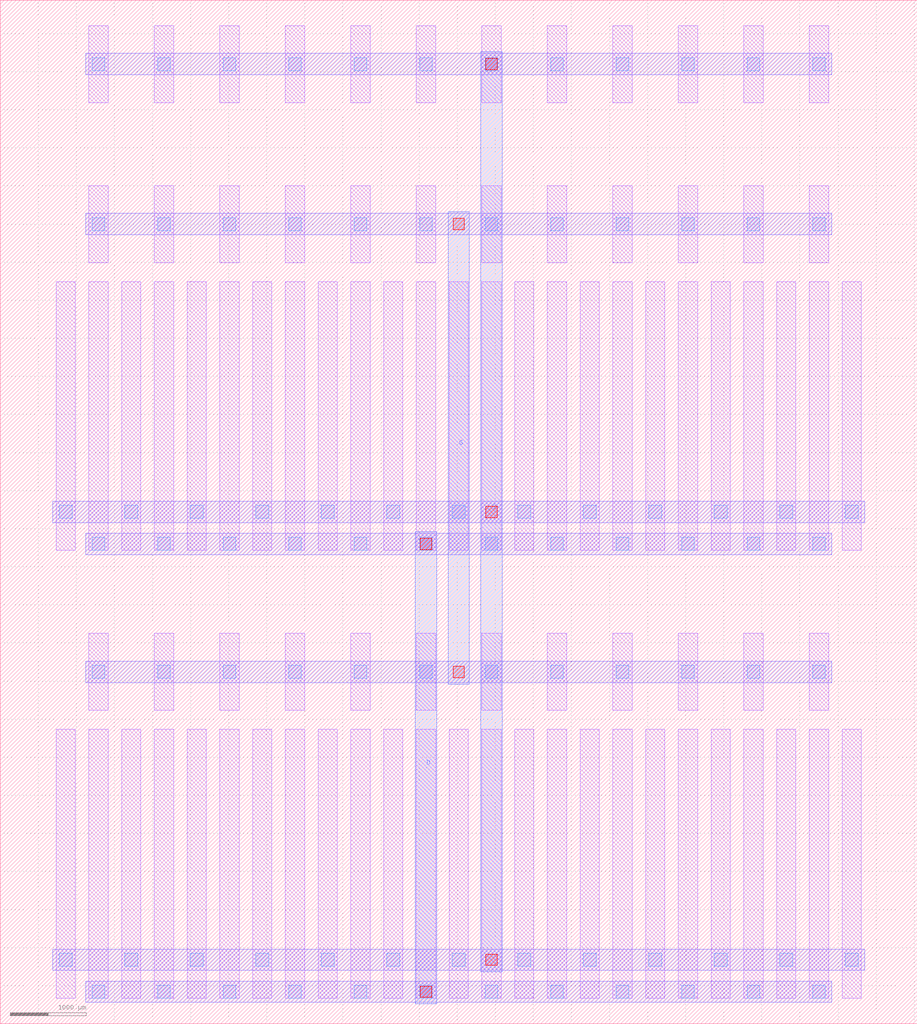
<source format=lef>
MACRO PMOS_S_2470631_X12_Y2
  UNITS 
    DATABASE MICRONS UNITS 1000;
  END UNITS 
  ORIGIN 0 0 ;
  FOREIGN PMOS_S_2470631_X12_Y2 0 0 ;
  SIZE 12040 BY 13440 ;
  PIN D
    DIRECTION INOUT ;
    USE SIGNAL ;
    PORT
      LAYER M3 ;
        RECT 5450 260 5730 6460 ;
    END
  END D
  PIN G
    DIRECTION INOUT ;
    USE SIGNAL ;
    PORT
      LAYER M3 ;
        RECT 5880 4460 6160 10660 ;
    END
  END G
  PIN S
    DIRECTION INOUT ;
    USE SIGNAL ;
    PORT
      LAYER M3 ;
        RECT 6310 680 6590 12760 ;
    END
  END S
  OBS
    LAYER M1 ;
      RECT 1165 335 1415 3865 ;
    LAYER M1 ;
      RECT 1165 4115 1415 5125 ;
    LAYER M1 ;
      RECT 1165 6215 1415 9745 ;
    LAYER M1 ;
      RECT 1165 9995 1415 11005 ;
    LAYER M1 ;
      RECT 1165 12095 1415 13105 ;
    LAYER M1 ;
      RECT 735 335 985 3865 ;
    LAYER M1 ;
      RECT 735 6215 985 9745 ;
    LAYER M1 ;
      RECT 1595 335 1845 3865 ;
    LAYER M1 ;
      RECT 1595 6215 1845 9745 ;
    LAYER M1 ;
      RECT 2025 335 2275 3865 ;
    LAYER M1 ;
      RECT 2025 4115 2275 5125 ;
    LAYER M1 ;
      RECT 2025 6215 2275 9745 ;
    LAYER M1 ;
      RECT 2025 9995 2275 11005 ;
    LAYER M1 ;
      RECT 2025 12095 2275 13105 ;
    LAYER M1 ;
      RECT 2455 335 2705 3865 ;
    LAYER M1 ;
      RECT 2455 6215 2705 9745 ;
    LAYER M1 ;
      RECT 2885 335 3135 3865 ;
    LAYER M1 ;
      RECT 2885 4115 3135 5125 ;
    LAYER M1 ;
      RECT 2885 6215 3135 9745 ;
    LAYER M1 ;
      RECT 2885 9995 3135 11005 ;
    LAYER M1 ;
      RECT 2885 12095 3135 13105 ;
    LAYER M1 ;
      RECT 3315 335 3565 3865 ;
    LAYER M1 ;
      RECT 3315 6215 3565 9745 ;
    LAYER M1 ;
      RECT 3745 335 3995 3865 ;
    LAYER M1 ;
      RECT 3745 4115 3995 5125 ;
    LAYER M1 ;
      RECT 3745 6215 3995 9745 ;
    LAYER M1 ;
      RECT 3745 9995 3995 11005 ;
    LAYER M1 ;
      RECT 3745 12095 3995 13105 ;
    LAYER M1 ;
      RECT 4175 335 4425 3865 ;
    LAYER M1 ;
      RECT 4175 6215 4425 9745 ;
    LAYER M1 ;
      RECT 4605 335 4855 3865 ;
    LAYER M1 ;
      RECT 4605 4115 4855 5125 ;
    LAYER M1 ;
      RECT 4605 6215 4855 9745 ;
    LAYER M1 ;
      RECT 4605 9995 4855 11005 ;
    LAYER M1 ;
      RECT 4605 12095 4855 13105 ;
    LAYER M1 ;
      RECT 5035 335 5285 3865 ;
    LAYER M1 ;
      RECT 5035 6215 5285 9745 ;
    LAYER M1 ;
      RECT 5465 335 5715 3865 ;
    LAYER M1 ;
      RECT 5465 4115 5715 5125 ;
    LAYER M1 ;
      RECT 5465 6215 5715 9745 ;
    LAYER M1 ;
      RECT 5465 9995 5715 11005 ;
    LAYER M1 ;
      RECT 5465 12095 5715 13105 ;
    LAYER M1 ;
      RECT 5895 335 6145 3865 ;
    LAYER M1 ;
      RECT 5895 6215 6145 9745 ;
    LAYER M1 ;
      RECT 6325 335 6575 3865 ;
    LAYER M1 ;
      RECT 6325 4115 6575 5125 ;
    LAYER M1 ;
      RECT 6325 6215 6575 9745 ;
    LAYER M1 ;
      RECT 6325 9995 6575 11005 ;
    LAYER M1 ;
      RECT 6325 12095 6575 13105 ;
    LAYER M1 ;
      RECT 6755 335 7005 3865 ;
    LAYER M1 ;
      RECT 6755 6215 7005 9745 ;
    LAYER M1 ;
      RECT 7185 335 7435 3865 ;
    LAYER M1 ;
      RECT 7185 4115 7435 5125 ;
    LAYER M1 ;
      RECT 7185 6215 7435 9745 ;
    LAYER M1 ;
      RECT 7185 9995 7435 11005 ;
    LAYER M1 ;
      RECT 7185 12095 7435 13105 ;
    LAYER M1 ;
      RECT 7615 335 7865 3865 ;
    LAYER M1 ;
      RECT 7615 6215 7865 9745 ;
    LAYER M1 ;
      RECT 8045 335 8295 3865 ;
    LAYER M1 ;
      RECT 8045 4115 8295 5125 ;
    LAYER M1 ;
      RECT 8045 6215 8295 9745 ;
    LAYER M1 ;
      RECT 8045 9995 8295 11005 ;
    LAYER M1 ;
      RECT 8045 12095 8295 13105 ;
    LAYER M1 ;
      RECT 8475 335 8725 3865 ;
    LAYER M1 ;
      RECT 8475 6215 8725 9745 ;
    LAYER M1 ;
      RECT 8905 335 9155 3865 ;
    LAYER M1 ;
      RECT 8905 4115 9155 5125 ;
    LAYER M1 ;
      RECT 8905 6215 9155 9745 ;
    LAYER M1 ;
      RECT 8905 9995 9155 11005 ;
    LAYER M1 ;
      RECT 8905 12095 9155 13105 ;
    LAYER M1 ;
      RECT 9335 335 9585 3865 ;
    LAYER M1 ;
      RECT 9335 6215 9585 9745 ;
    LAYER M1 ;
      RECT 9765 335 10015 3865 ;
    LAYER M1 ;
      RECT 9765 4115 10015 5125 ;
    LAYER M1 ;
      RECT 9765 6215 10015 9745 ;
    LAYER M1 ;
      RECT 9765 9995 10015 11005 ;
    LAYER M1 ;
      RECT 9765 12095 10015 13105 ;
    LAYER M1 ;
      RECT 10195 335 10445 3865 ;
    LAYER M1 ;
      RECT 10195 6215 10445 9745 ;
    LAYER M1 ;
      RECT 10625 335 10875 3865 ;
    LAYER M1 ;
      RECT 10625 4115 10875 5125 ;
    LAYER M1 ;
      RECT 10625 6215 10875 9745 ;
    LAYER M1 ;
      RECT 10625 9995 10875 11005 ;
    LAYER M1 ;
      RECT 10625 12095 10875 13105 ;
    LAYER M1 ;
      RECT 11055 335 11305 3865 ;
    LAYER M1 ;
      RECT 11055 6215 11305 9745 ;
    LAYER M2 ;
      RECT 1120 280 10920 560 ;
    LAYER M2 ;
      RECT 1120 4480 10920 4760 ;
    LAYER M2 ;
      RECT 690 700 11350 980 ;
    LAYER M2 ;
      RECT 1120 6160 10920 6440 ;
    LAYER M2 ;
      RECT 1120 10360 10920 10640 ;
    LAYER M2 ;
      RECT 690 6580 11350 6860 ;
    LAYER M2 ;
      RECT 1120 12460 10920 12740 ;
    LAYER V1 ;
      RECT 1205 335 1375 505 ;
    LAYER V1 ;
      RECT 1205 4535 1375 4705 ;
    LAYER V1 ;
      RECT 1205 6215 1375 6385 ;
    LAYER V1 ;
      RECT 1205 10415 1375 10585 ;
    LAYER V1 ;
      RECT 1205 12515 1375 12685 ;
    LAYER V1 ;
      RECT 2065 335 2235 505 ;
    LAYER V1 ;
      RECT 2065 4535 2235 4705 ;
    LAYER V1 ;
      RECT 2065 6215 2235 6385 ;
    LAYER V1 ;
      RECT 2065 10415 2235 10585 ;
    LAYER V1 ;
      RECT 2065 12515 2235 12685 ;
    LAYER V1 ;
      RECT 2925 335 3095 505 ;
    LAYER V1 ;
      RECT 2925 4535 3095 4705 ;
    LAYER V1 ;
      RECT 2925 6215 3095 6385 ;
    LAYER V1 ;
      RECT 2925 10415 3095 10585 ;
    LAYER V1 ;
      RECT 2925 12515 3095 12685 ;
    LAYER V1 ;
      RECT 3785 335 3955 505 ;
    LAYER V1 ;
      RECT 3785 4535 3955 4705 ;
    LAYER V1 ;
      RECT 3785 6215 3955 6385 ;
    LAYER V1 ;
      RECT 3785 10415 3955 10585 ;
    LAYER V1 ;
      RECT 3785 12515 3955 12685 ;
    LAYER V1 ;
      RECT 4645 335 4815 505 ;
    LAYER V1 ;
      RECT 4645 4535 4815 4705 ;
    LAYER V1 ;
      RECT 4645 6215 4815 6385 ;
    LAYER V1 ;
      RECT 4645 10415 4815 10585 ;
    LAYER V1 ;
      RECT 4645 12515 4815 12685 ;
    LAYER V1 ;
      RECT 5505 335 5675 505 ;
    LAYER V1 ;
      RECT 5505 4535 5675 4705 ;
    LAYER V1 ;
      RECT 5505 6215 5675 6385 ;
    LAYER V1 ;
      RECT 5505 10415 5675 10585 ;
    LAYER V1 ;
      RECT 5505 12515 5675 12685 ;
    LAYER V1 ;
      RECT 6365 335 6535 505 ;
    LAYER V1 ;
      RECT 6365 4535 6535 4705 ;
    LAYER V1 ;
      RECT 6365 6215 6535 6385 ;
    LAYER V1 ;
      RECT 6365 10415 6535 10585 ;
    LAYER V1 ;
      RECT 6365 12515 6535 12685 ;
    LAYER V1 ;
      RECT 7225 335 7395 505 ;
    LAYER V1 ;
      RECT 7225 4535 7395 4705 ;
    LAYER V1 ;
      RECT 7225 6215 7395 6385 ;
    LAYER V1 ;
      RECT 7225 10415 7395 10585 ;
    LAYER V1 ;
      RECT 7225 12515 7395 12685 ;
    LAYER V1 ;
      RECT 8085 335 8255 505 ;
    LAYER V1 ;
      RECT 8085 4535 8255 4705 ;
    LAYER V1 ;
      RECT 8085 6215 8255 6385 ;
    LAYER V1 ;
      RECT 8085 10415 8255 10585 ;
    LAYER V1 ;
      RECT 8085 12515 8255 12685 ;
    LAYER V1 ;
      RECT 8945 335 9115 505 ;
    LAYER V1 ;
      RECT 8945 4535 9115 4705 ;
    LAYER V1 ;
      RECT 8945 6215 9115 6385 ;
    LAYER V1 ;
      RECT 8945 10415 9115 10585 ;
    LAYER V1 ;
      RECT 8945 12515 9115 12685 ;
    LAYER V1 ;
      RECT 9805 335 9975 505 ;
    LAYER V1 ;
      RECT 9805 4535 9975 4705 ;
    LAYER V1 ;
      RECT 9805 6215 9975 6385 ;
    LAYER V1 ;
      RECT 9805 10415 9975 10585 ;
    LAYER V1 ;
      RECT 9805 12515 9975 12685 ;
    LAYER V1 ;
      RECT 10665 335 10835 505 ;
    LAYER V1 ;
      RECT 10665 4535 10835 4705 ;
    LAYER V1 ;
      RECT 10665 6215 10835 6385 ;
    LAYER V1 ;
      RECT 10665 10415 10835 10585 ;
    LAYER V1 ;
      RECT 10665 12515 10835 12685 ;
    LAYER V1 ;
      RECT 775 755 945 925 ;
    LAYER V1 ;
      RECT 775 6635 945 6805 ;
    LAYER V1 ;
      RECT 1635 755 1805 925 ;
    LAYER V1 ;
      RECT 1635 6635 1805 6805 ;
    LAYER V1 ;
      RECT 2495 755 2665 925 ;
    LAYER V1 ;
      RECT 2495 6635 2665 6805 ;
    LAYER V1 ;
      RECT 3355 755 3525 925 ;
    LAYER V1 ;
      RECT 3355 6635 3525 6805 ;
    LAYER V1 ;
      RECT 4215 755 4385 925 ;
    LAYER V1 ;
      RECT 4215 6635 4385 6805 ;
    LAYER V1 ;
      RECT 5075 755 5245 925 ;
    LAYER V1 ;
      RECT 5075 6635 5245 6805 ;
    LAYER V1 ;
      RECT 5935 755 6105 925 ;
    LAYER V1 ;
      RECT 5935 6635 6105 6805 ;
    LAYER V1 ;
      RECT 6795 755 6965 925 ;
    LAYER V1 ;
      RECT 6795 6635 6965 6805 ;
    LAYER V1 ;
      RECT 7655 755 7825 925 ;
    LAYER V1 ;
      RECT 7655 6635 7825 6805 ;
    LAYER V1 ;
      RECT 8515 755 8685 925 ;
    LAYER V1 ;
      RECT 8515 6635 8685 6805 ;
    LAYER V1 ;
      RECT 9375 755 9545 925 ;
    LAYER V1 ;
      RECT 9375 6635 9545 6805 ;
    LAYER V1 ;
      RECT 10235 755 10405 925 ;
    LAYER V1 ;
      RECT 10235 6635 10405 6805 ;
    LAYER V1 ;
      RECT 11095 755 11265 925 ;
    LAYER V1 ;
      RECT 11095 6635 11265 6805 ;
    LAYER V2 ;
      RECT 5515 345 5665 495 ;
    LAYER V2 ;
      RECT 5515 6225 5665 6375 ;
    LAYER V2 ;
      RECT 5945 4545 6095 4695 ;
    LAYER V2 ;
      RECT 5945 10425 6095 10575 ;
    LAYER V2 ;
      RECT 6375 765 6525 915 ;
    LAYER V2 ;
      RECT 6375 6645 6525 6795 ;
    LAYER V2 ;
      RECT 6375 12525 6525 12675 ;
  END
END PMOS_S_2470631_X12_Y2

</source>
